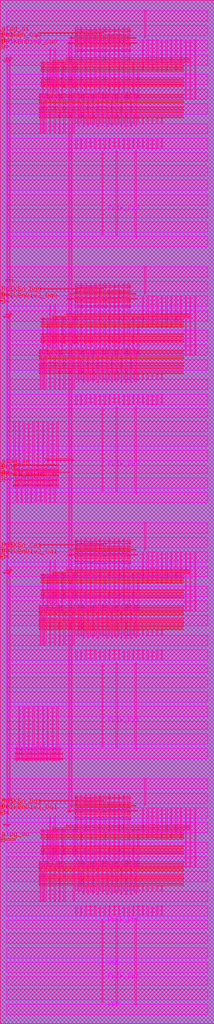
<source format=lef>
# LEF OUT API 
# Creation Date : Tue Apr 16 16:06:36 IST 2019
# 
VERSION 5.8 ;
BUSBITCHARS "[]" ;
DIVIDERCHAR "/" ;
MACRO dwc_ddrphy_pclk_master
  CLASS BLOCK ;
  ORIGIN 0 0 ;
  FOREIGN dwc_ddrphy_pclk_master 0 0 ;
  SYMMETRY X Y ;
  SIZE 10.26 BY 48.96 ;
  PIN atpg_so
    DIRECTION OUTPUT ;
    USE SIGNAL ;
    ANTENNAPARTIALMETALAREA 0.05529 LAYER M4 ;
    ANTENNADIFFAREA 0.0074479375 LAYER M4 ;
    ANTENNAMODEL OXIDE1 ;
      ANTENNAGATEAREA 0 LAYER M4 ;
      ANTENNAMAXAREACAR 0 LAYER M4 ;
    PORT
      LAYER M4 ;
        RECT 0 8.778 0.114 8.854 ;
    END
  END atpg_so
  PIN PclkEn_Dq0
    DIRECTION INPUT ;
    USE SIGNAL ;
    ANTENNAPARTIALMETALAREA 0.03705 LAYER M4 ;
    ANTENNADIFFAREA 0 LAYER M4 ;
    ANTENNAMODEL OXIDE1 ;
      ANTENNAGATEAREA 0.000608 LAYER M4 ;
      ANTENNAMAXAREACAR 441.875 LAYER M4 ;
    PORT
      LAYER M4 ;
        RECT 0 34.846 0.114 34.922 ;
    END
  END PclkEn_Dq0
  PIN PclkEnDiv2_Dq0
    DIRECTION INPUT ;
    USE SIGNAL ;
    ANTENNAPARTIALMETALAREA 0.029298 LAYER M4 ;
    ANTENNADIFFAREA 0 LAYER M4 ;
    ANTENNAMODEL OXIDE1 ;
      ANTENNAGATEAREA 0.000608 LAYER M4 ;
      ANTENNAMAXAREACAR 318.368 LAYER M4 ;
    PORT
      LAYER M4 ;
        RECT 0 34.542 0.114 34.618 ;
    END
  END PclkEnDiv2_Dq0
  PIN Pclk_Dq0
    DIRECTION OUTPUT ;
    USE SIGNAL ;
    ANTENNAPARTIALMETALAREA 7.728 LAYER M6 ;
    ANTENNADIFFAREA 0.806736 LAYER M6 ;
    ANTENNAMODEL OXIDE1 ;
      ANTENNAGATEAREA 0 LAYER M6 ;
      ANTENNAMAXAREACAR 0 LAYER M6 ;
    PORT
      LAYER M6 ;
        RECT 0.3 29.02 9.96 29.42 ;
        RECT 0.3 26.32 9.96 26.72 ;
    END
  END Pclk_Dq0
  PIN PclkEn_Ca0
    DIRECTION INPUT ;
    USE SIGNAL ;
    ANTENNAPARTIALMETALAREA 0.03705 LAYER M4 ;
    ANTENNADIFFAREA 0 LAYER M4 ;
    ANTENNAMODEL OXIDE1 ;
      ANTENNAGATEAREA 0.000608 LAYER M4 ;
      ANTENNAMAXAREACAR 440.229 LAYER M4 ;
    PORT
      LAYER M4 ;
        RECT 0 47.006 0.114 47.082 ;
    END
  END PclkEn_Ca0
  PIN PclkEnDiv2_Ca0
    DIRECTION INPUT ;
    USE SIGNAL ;
    ANTENNAPARTIALMETALAREA 0.029298 LAYER M4 ;
    ANTENNADIFFAREA 0 LAYER M4 ;
    ANTENNAMODEL OXIDE1 ;
      ANTENNAGATEAREA 0.000608 LAYER M4 ;
      ANTENNAMAXAREACAR 326.724 LAYER M4 ;
    PORT
      LAYER M4 ;
        RECT 0 46.702 0.114 46.778 ;
    END
  END PclkEnDiv2_Ca0
  PIN Pclk
    DIRECTION INPUT ;
    USE SIGNAL ;
    ANTENNAPARTIALMETALAREA 0.031464 LAYER M4 ;
    ANTENNAPARTIALMETALAREA 2.13095 LAYER M5 ;
    ANTENNAPARTIALCUTAREA 0.001444 LAYER VIA4 ;
    ANTENNADIFFAREA 0 LAYER M4 ;
    ANTENNADIFFAREA 0 LAYER VIA4 ;
    ANTENNADIFFAREA 0 LAYER M5 ;
    ANTENNAMODEL OXIDE1 ;
      ANTENNAGATEAREA 0 LAYER M4 ;
      ANTENNAGATEAREA 0 LAYER VIA4 ;
      ANTENNAGATEAREA 0.041984 LAYER M5 ;
      ANTENNAMAXAREACAR 0 LAYER M4 ;
      ANTENNAMAXAREACAR 79.834599938 LAYER M5 ;
      ANTENNAMAXCUTCAR 0 LAYER VIA4 ;
    PORT
      LAYER M4 ;
        RECT 0 26.334 0.114 26.41 ;
    END
  END Pclk
  PIN Pclk_Ca0
    DIRECTION OUTPUT ;
    USE SIGNAL ;
    ANTENNAPARTIALMETALAREA 7.728 LAYER M6 ;
    ANTENNADIFFAREA 0.806736 LAYER M6 ;
    ANTENNAMODEL OXIDE1 ;
      ANTENNAGATEAREA 0 LAYER M6 ;
      ANTENNAMAXAREACAR 0 LAYER M6 ;
    PORT
      LAYER M6 ;
        RECT 0.3 41.26 9.96 41.66 ;
        RECT 0.3 38.56 9.96 38.96 ;
    END
  END Pclk_Ca0
  PIN VDD
    DIRECTION INPUT ;
    USE POWER ;
    PORT
      LAYER M6 ;
        RECT 0.3 47.95 9.96 48.45 ;
        RECT 0.3 47.25 9.96 47.75 ;
        RECT 0.3 43.51 9.96 44.01 ;
        RECT 0.3 42.56 9.96 43.06 ;
        RECT 0.3 41.86 9.96 42.36 ;
        RECT 0.3 37.86 9.96 38.36 ;
        RECT 0.3 37.16 9.96 37.66 ;
        RECT 0.3 35.71 9.96 36.21 ;
        RECT 0.3 35.01 9.96 35.51 ;
        RECT 0.3 31.27 9.96 31.77 ;
        RECT 0.3 30.32 9.96 30.82 ;
        RECT 0.3 29.62 9.96 30.12 ;
        RECT 0.3 25.62 9.96 26.12 ;
        RECT 0.3 24.92 9.96 25.42 ;
        RECT 0.3 23.47 9.96 23.97 ;
        RECT 0.3 22.77 9.96 23.27 ;
        RECT 0.3 19.03 9.96 19.53 ;
        RECT 0.3 18.08 9.96 18.58 ;
        RECT 0.3 17.38 9.96 17.88 ;
        RECT 0.3 13.38 9.96 13.88 ;
        RECT 0.3 12.68 9.96 13.18 ;
        RECT 0.3 11.23 9.96 11.73 ;
        RECT 0.3 10.53 9.96 11.03 ;
        RECT 0.3 6.79 9.96 7.29 ;
        RECT 0.3 5.84 9.96 6.34 ;
        RECT 0.3 5.14 9.96 5.64 ;
        RECT 0.3 1.14 9.96 1.64 ;
        RECT 0.3 0.44 9.96 0.94 ;
    END
  END VDD
  PIN VSS
    DIRECTION INPUT ;
    USE GROUND ;
    PORT
      LAYER M6 ;
        RECT 0.3 46.55 9.96 47.05 ;
        RECT 0.3 45.85 9.96 46.35 ;
        RECT 0.3 44.91 9.96 45.41 ;
        RECT 0.3 44.21 9.96 44.71 ;
        RECT 0.3 40.56 9.96 41.06 ;
        RECT 0.3 39.86 9.96 40.36 ;
        RECT 0.3 39.16 9.96 39.66 ;
        RECT 0.3 34.31 9.96 34.81 ;
        RECT 0.3 33.61 9.96 34.11 ;
        RECT 0.3 32.67 9.96 33.17 ;
        RECT 0.3 31.97 9.96 32.47 ;
        RECT 0.3 28.32 9.96 28.82 ;
        RECT 0.3 27.62 9.96 28.12 ;
        RECT 0.3 26.92 9.96 27.42 ;
        RECT 0.3 22.07 9.96 22.57 ;
        RECT 0.3 21.37 9.96 21.87 ;
        RECT 0.3 20.43 9.96 20.93 ;
        RECT 0.3 19.73 9.96 20.23 ;
        RECT 0.3 16.08 9.96 16.58 ;
        RECT 0.3 15.38 9.96 15.88 ;
        RECT 0.3 14.68 9.96 15.18 ;
        RECT 0.3 9.83 9.96 10.33 ;
        RECT 0.3 9.13 9.96 9.63 ;
        RECT 0.3 8.19 9.96 8.69 ;
        RECT 0.3 7.49 9.96 7.99 ;
        RECT 0.3 3.84 9.96 4.34 ;
        RECT 0.3 3.14 9.96 3.64 ;
        RECT 0.3 2.44 9.96 2.94 ;
    END
  END VSS
  PIN atpg_si
    DIRECTION INPUT ;
    USE SIGNAL ;
    ANTENNAPARTIALMETALAREA 0.045448 LAYER M4 ;
    ANTENNADIFFAREA 0 LAYER M4 ;
    ANTENNAMODEL OXIDE1 ;
      ANTENNAGATEAREA 0.000608 LAYER M4 ;
      ANTENNAMAXAREACAR 297.195 LAYER M4 ;
    PORT
      LAYER M4 ;
        RECT 0 47.31 0.114 47.386 ;
    END
  END atpg_si
  PIN Reset_async
    DIRECTION INPUT ;
    USE SIGNAL ;
    ANTENNAPARTIALMETALAREA 0.039482 LAYER M4 ;
    ANTENNADIFFAREA 0 LAYER M4 ;
    ANTENNAMODEL OXIDE1 ;
      ANTENNAGATEAREA 0.002432 LAYER M4 ;
      ANTENNAMAXAREACAR 47.6174 LAYER M4 ;
    PORT
      LAYER M4 ;
        RECT 0 26.03 0.114 26.106 ;
    END
  END Reset_async
  PIN PclkEn_Ca1
    DIRECTION INPUT ;
    USE SIGNAL ;
    ANTENNAPARTIALMETALAREA 0.035644 LAYER M4 ;
    ANTENNADIFFAREA 0 LAYER M4 ;
    ANTENNAMODEL OXIDE1 ;
      ANTENNAGATEAREA 0.000608 LAYER M4 ;
      ANTENNAMAXAREACAR 432.737 LAYER M4 ;
    PORT
      LAYER M4 ;
        RECT 0 22.61 0.114 22.686 ;
    END
  END PclkEn_Ca1
  PIN PclkEnDiv2_Ca1
    DIRECTION INPUT ;
    USE SIGNAL ;
    ANTENNAPARTIALMETALAREA 0.029298 LAYER M4 ;
    ANTENNADIFFAREA 0 LAYER M4 ;
    ANTENNAMODEL OXIDE1 ;
      ANTENNAGATEAREA 0.000608 LAYER M4 ;
      ANTENNAMAXAREACAR 316.296 LAYER M4 ;
    PORT
      LAYER M4 ;
        RECT 0 22.306 0.114 22.382 ;
    END
  END PclkEnDiv2_Ca1
  PIN Pclk_Ca1
    DIRECTION OUTPUT ;
    USE SIGNAL ;
    ANTENNAPARTIALMETALAREA 7.728 LAYER M6 ;
    ANTENNADIFFAREA 0.806736 LAYER M6 ;
    ANTENNAMODEL OXIDE1 ;
      ANTENNAGATEAREA 0 LAYER M6 ;
      ANTENNAMAXAREACAR 0 LAYER M6 ;
    PORT
      LAYER M6 ;
        RECT 0.3 16.78 9.96 17.18 ;
        RECT 0.3 14.08 9.96 14.48 ;
    END
  END Pclk_Ca1
  PIN PclkEn_Dq1
    DIRECTION INPUT ;
    USE SIGNAL ;
    ANTENNAPARTIALMETALAREA 0.035644 LAYER M4 ;
    ANTENNADIFFAREA 0 LAYER M4 ;
    ANTENNAMODEL OXIDE1 ;
      ANTENNAGATEAREA 0.000608 LAYER M4 ;
      ANTENNAMAXAREACAR 434.546 LAYER M4 ;
    PORT
      LAYER M4 ;
        RECT 0 10.374 0.114 10.45 ;
    END
  END PclkEn_Dq1
  PIN PclkEnDiv2_Dq1
    DIRECTION INPUT ;
    USE SIGNAL ;
    ANTENNAPARTIALMETALAREA 0.029298 LAYER M4 ;
    ANTENNADIFFAREA 0 LAYER M4 ;
    ANTENNAMODEL OXIDE1 ;
      ANTENNAGATEAREA 0.000608 LAYER M4 ;
      ANTENNAMAXAREACAR 314.817 LAYER M4 ;
    PORT
      LAYER M4 ;
        RECT 0 10.07 0.114 10.146 ;
    END
  END PclkEnDiv2_Dq1
  PIN atpg_se
    DIRECTION INPUT ;
    USE SIGNAL ;
    ANTENNAPARTIALMETALAREA 0.023864 LAYER M4 ;
    ANTENNADIFFAREA 0 LAYER M4 ;
    ANTENNAMODEL OXIDE1 ;
      ANTENNAGATEAREA 0.002432 LAYER M4 ;
      ANTENNAMAXAREACAR 55.3059 LAYER M4 ;
    PORT
      LAYER M4 ;
        RECT 0 26.638 0.114 26.714 ;
    END
  END atpg_se
  PIN Pclk_Dq1
    DIRECTION OUTPUT ;
    USE SIGNAL ;
    ANTENNAPARTIALMETALAREA 7.728 LAYER M6 ;
    ANTENNADIFFAREA 0.806736 LAYER M6 ;
    ANTENNAMODEL OXIDE1 ;
      ANTENNAGATEAREA 0 LAYER M6 ;
      ANTENNAMAXAREACAR 0 LAYER M6 ;
    PORT
      LAYER M6 ;
        RECT 0.3 1.84 9.96 2.24 ;
    END
    PORT
      LAYER M6 ;
        RECT 0.3 4.54 9.96 4.94 ;
    END
  END Pclk_Dq1
  OBS
    LAYER M1 ;
      RECT MASK 1 0 0 10.26 48.96 ;
    LAYER M1 ;
      RECT MASK 2 0 0 10.26 48.96 ;
    LAYER M2 ;
      RECT MASK 1 0 0 10.26 48.96 ;
    LAYER M2 ;
      RECT MASK 2 0 0 10.26 48.96 ;
    LAYER M3 ;
      RECT MASK 1 0 0 10.26 48.96 ;
    LAYER M4 ;
      POLYGON 10.26 0 10.26 48.96 0 48.96 0 47.462 0.19 47.462 0.19 47.234 0 47.234 0 47.158 0.19 47.158 0.19 46.93 0 46.93 0 46.854 0.19 46.854 0.19 46.626 0 46.626 0 34.998 0.19 34.998 0.19 34.77 0 34.77 0 34.694 0.19 34.694 0.19 34.466 0 34.466 0 26.79 0.19 26.79 0.19 26.562 0 26.562 0 26.486 0.19 26.486 0.19 26.258 0 26.258 0 26.182 0.19 26.182 0.19 25.954 0 25.954 0 22.762 0.19 22.762 0.19 22.534 0 22.534 0 22.458 0.19 22.458 0.19 22.23 0 22.23 0 10.526 0.19 10.526 0.19 10.298 0 10.298 0 10.222 0.19 10.222 0.19 9.994 0 9.994 0 8.93 0.19 8.93 0.19 8.702 0 8.702 0 0 ;
    LAYER M3 ;
      RECT MASK 2 0 0 10.26 48.96 ;
    LAYER M4 ;
      RECT 1.859 6.605 8.774 6.665 ;
      RECT 1.859 6.725 8.774 6.785 ;
      RECT 1.859 6.845 8.7745 6.905 ;
      RECT 1.859 6.965 8.774 7.025 ;
      RECT 1.859 7.085 8.774 7.145 ;
      RECT 1.859 7.325 8.774 7.385 ;
      RECT 1.859 7.445 8.7745 7.505 ;
      RECT 1.859 7.565 8.774 7.625 ;
      RECT 1.859 7.685 8.774 7.745 ;
      RECT 1.951 8.105 8.774 8.165 ;
      RECT 1.951 8.225 8.774 8.285 ;
      RECT 1.951 8.345 8.7745 8.405 ;
      RECT 1.951 8.465 8.774 8.525 ;
      RECT 0.19 8.778 0.7275 8.854 ;
      RECT 1.951 8.825 8.774 8.885 ;
      RECT 1.951 8.945 8.7745 9.005 ;
      RECT 1.951 9.065 8.774 9.125 ;
      RECT 1.951 9.185 8.774 9.245 ;
      RECT 2.5215 9.305 9.09 9.365 ;
      RECT 3.184 9.425 9.09 9.485 ;
      RECT 0.172 9.486 0.447 9.546 ;
      RECT 3.5765 9.791 6.243 9.871 ;
      RECT 3.5905 10.031 6.243 10.111 ;
      RECT 0.19 10.07 0.3855 10.146 ;
      RECT 3.233 10.171 6.5675 10.211 ;
      RECT 3.5765 10.271 6.243 10.351 ;
      RECT 0.19 10.374 0.469 10.45 ;
      RECT 3.3275 10.411 6.4705 10.451 ;
      RECT 3.5905 10.511 6.243 10.591 ;
      RECT 1.906 10.651 4.978 10.691 ;
      RECT 0.179 10.6675 0.5795 10.7435 ;
      RECT 3.5765 10.751 6.243 10.831 ;
      RECT 0.728 12.885 2.984 12.945 ;
      RECT 1.859 18.845 8.774 18.905 ;
      RECT 1.859 18.965 8.774 19.025 ;
      RECT 1.859 19.085 8.7745 19.145 ;
      RECT 1.859 19.205 8.774 19.265 ;
      RECT 1.859 19.325 8.774 19.385 ;
      RECT 1.859 19.565 8.774 19.625 ;
      RECT 1.859 19.685 8.7745 19.745 ;
      RECT 1.859 19.805 8.774 19.865 ;
      RECT 1.859 19.925 8.774 19.985 ;
      RECT 1.951 20.345 8.774 20.405 ;
      RECT 1.951 20.465 8.774 20.525 ;
      RECT 1.951 20.585 8.7745 20.645 ;
      RECT 1.951 20.705 8.774 20.765 ;
      RECT 1.951 21.065 8.774 21.125 ;
      RECT 1.951 21.185 8.7745 21.245 ;
      RECT 1.951 21.305 8.774 21.365 ;
      RECT 1.951 21.425 8.774 21.485 ;
      RECT 0.172 21.5415 0.447 21.6015 ;
      RECT 2.5215 21.545 9.09 21.605 ;
      RECT 0.2965 21.6615 0.6075 21.7215 ;
      RECT 3.184 21.665 9.09 21.725 ;
      RECT 3.5765 22.031 6.243 22.111 ;
      RECT 3.5905 22.271 6.243 22.351 ;
      RECT 0.19 22.306 0.3855 22.382 ;
      RECT 3.233 22.411 6.5675 22.451 ;
      RECT 3.5765 22.511 6.243 22.591 ;
      RECT 0.19 22.61 0.469 22.686 ;
      RECT 3.3275 22.651 6.4705 22.691 ;
      RECT 3.5905 22.751 6.243 22.831 ;
      RECT 1.906 22.891 4.978 22.931 ;
      RECT 0.2435 22.9065 0.5795 22.9825 ;
      RECT 3.5765 22.991 6.243 23.071 ;
      RECT 0.6135 25.725 2.8065 25.785 ;
      RECT 0.19 26.03 0.5195 26.106 ;
      RECT 0.6135 26.205 2.8065 26.265 ;
      RECT 0.19 26.334 0.414 26.41 ;
      RECT 0.19 26.638 0.314 26.714 ;
      RECT 0.6135 26.685 2.8065 26.745 ;
      RECT 1.859 31.085 8.774 31.145 ;
      RECT 1.859 31.205 8.774 31.265 ;
      RECT 1.859 31.325 8.7745 31.385 ;
      RECT 1.859 31.445 8.774 31.505 ;
      RECT 1.859 31.565 8.774 31.625 ;
      RECT 1.859 31.805 8.774 31.865 ;
      RECT 1.859 31.925 8.7745 31.985 ;
      RECT 1.859 32.045 8.774 32.105 ;
      RECT 1.859 32.165 8.774 32.225 ;
      RECT 1.951 32.585 8.774 32.645 ;
      RECT 1.951 32.705 8.774 32.765 ;
      RECT 1.951 32.825 8.7745 32.885 ;
      RECT 1.951 32.945 8.774 33.005 ;
      RECT 1.951 33.305 8.774 33.365 ;
      RECT 1.951 33.425 8.7745 33.485 ;
      RECT 1.951 33.545 8.774 33.605 ;
      RECT 1.951 33.665 8.774 33.725 ;
      RECT 0.172 33.7815 0.447 33.8415 ;
      RECT 2.5215 33.785 9.09 33.845 ;
      RECT 0.2965 33.9015 0.6075 33.9615 ;
      RECT 3.184 33.905 9.09 33.965 ;
      RECT 3.5765 34.271 6.243 34.351 ;
      RECT 3.5905 34.511 6.243 34.591 ;
      RECT 0.19 34.542 0.3855 34.618 ;
      RECT 3.213 34.651 6.5675 34.691 ;
      RECT 3.5765 34.751 6.243 34.831 ;
      RECT 0.19 34.846 0.4875 34.922 ;
      RECT 3.3275 34.891 6.4705 34.931 ;
      RECT 3.5905 34.991 6.243 35.071 ;
      RECT 1.906 35.131 4.978 35.171 ;
      RECT 3.5765 35.231 6.243 35.311 ;
      RECT 0.255 35.506 0.6045 35.582 ;
      RECT 1.859 43.325 8.774 43.385 ;
      RECT 1.859 43.445 8.774 43.505 ;
      RECT 1.859 43.565 8.7745 43.625 ;
      RECT 1.859 43.685 8.774 43.745 ;
      RECT 1.859 43.805 8.774 43.865 ;
      RECT 1.859 44.045 8.774 44.105 ;
      RECT 1.859 44.165 8.7745 44.225 ;
      RECT 1.859 44.285 8.774 44.345 ;
      RECT 1.859 44.405 8.774 44.465 ;
      RECT 1.951 44.825 8.774 44.885 ;
      RECT 1.951 44.945 8.774 45.005 ;
      RECT 1.951 45.065 8.7745 45.125 ;
      RECT 1.951 45.185 8.774 45.245 ;
      RECT 1.951 45.545 8.774 45.605 ;
      RECT 1.951 45.665 8.7745 45.725 ;
      RECT 1.951 45.785 8.774 45.845 ;
      RECT 1.951 45.905 8.774 45.965 ;
      RECT 0.172 46.0215 0.447 46.0815 ;
      RECT 2.5215 46.025 9.09 46.085 ;
      RECT 0.2965 46.1415 0.6075 46.2015 ;
      RECT 3.184 46.145 9.09 46.205 ;
      RECT 3.5765 46.511 6.243 46.591 ;
      RECT 0.19 46.702 0.3855 46.778 ;
      RECT 3.5905 46.751 6.243 46.831 ;
      RECT 3.2135 46.891 6.5675 46.931 ;
      RECT 3.5765 46.991 6.243 47.071 ;
      RECT 0.19 47.006 0.4875 47.082 ;
      RECT 3.3275 47.131 6.4705 47.171 ;
      RECT 3.5905 47.231 6.243 47.311 ;
      RECT 0.19 47.31 0.598 47.386 ;
      RECT 1.906 47.371 4.978 47.411 ;
      RECT 3.5765 47.471 6.243 47.551 ;
    LAYER M5 ;
      RECT 0 0 10.26 48.96 ;
    LAYER M4 ;
      RECT 0.704 12.645 3.009 12.705 ;
      RECT 0.7265 13.125 2.984 13.185 ;
      RECT 0.635 25.965 2.8005 26.025 ;
      RECT 1.9565 26.325 3.3785 26.385 ;
      RECT 0.635 26.445 2.8005 26.505 ;
      RECT 2.1675 26.955 3.498 27.015 ;
    LAYER M5 ;
      RECT 6.4665 0.897 6.5245 5.01 ;
      RECT 5.5545 0.985 5.6125 5.01 ;
      RECT 4.8705 1.018 4.9285 5.01 ;
      RECT 3.6165 5.1485 3.6745 5.6315 ;
      RECT 3.8445 5.1485 3.9025 5.6315 ;
      RECT 4.0725 5.1485 4.1305 5.6315 ;
      RECT 4.3005 5.1485 4.3585 5.6315 ;
      RECT 4.5285 5.1485 4.5865 5.6315 ;
      RECT 4.7565 5.1485 4.8145 5.6315 ;
      RECT 4.9845 5.1485 5.0425 5.6315 ;
      RECT 5.2125 5.1485 5.2705 5.6315 ;
      RECT 5.4405 5.1485 5.4985 5.6315 ;
      RECT 5.6685 5.1485 5.7265 5.6315 ;
      RECT 5.8965 5.1485 5.9545 5.6315 ;
      RECT 6.1245 5.1485 6.1825 5.6315 ;
      RECT 6.3525 5.1485 6.4105 5.6315 ;
      RECT 6.5805 5.1485 6.6385 5.6315 ;
      RECT 6.8085 5.1485 6.8665 5.6315 ;
      RECT 7.0365 5.1485 7.0945 5.6315 ;
      RECT 7.2645 5.1485 7.3225 5.6315 ;
      RECT 7.4925 5.1485 7.5505 5.6315 ;
      RECT 7.7205 5.1485 7.7785 5.6315 ;
      RECT 1.9065 5.8485 1.9645 7.784 ;
      RECT 2.0205 5.8485 2.0785 7.311 ;
      RECT 2.1345 5.8485 2.1925 7.784 ;
      RECT 2.3625 5.8485 2.4205 7.6685 ;
      RECT 2.5905 5.8485 2.6485 7.6685 ;
      RECT 2.8185 5.8485 2.8765 7.784 ;
      RECT 3.0465 5.8485 3.1045 7.784 ;
      RECT 3.5025 5.8485 3.5605 7.784 ;
      RECT 3.9585 6.203 4.0165 7.784 ;
      RECT 4.1865 6.203 4.2445 7.784 ;
      RECT 4.4145 6.203 4.4725 7.784 ;
      RECT 4.6425 6.203 4.7005 7.784 ;
      RECT 5.0985 6.203 5.1565 7.784 ;
      RECT 5.3265 6.203 5.3845 7.784 ;
      RECT 5.7825 6.203 5.8405 7.784 ;
      RECT 6.0105 6.203 6.0685 7.784 ;
      RECT 6.2385 6.203 6.2965 7.784 ;
      RECT 3.7305 6.238 3.7885 7.784 ;
      RECT 4.8705 6.238 4.9285 7.784 ;
      RECT 5.5545 6.238 5.6125 7.784 ;
      RECT 6.4665 6.238 6.5245 7.784 ;
      RECT 3.6165 6.326 3.6745 6.584 ;
      RECT 3.8445 6.326 3.9025 7.311 ;
      RECT 4.0725 6.326 4.1305 6.584 ;
      RECT 4.3005 6.326 4.3585 6.584 ;
      RECT 4.5285 6.326 4.5865 6.584 ;
      RECT 4.7565 6.326 4.8145 6.584 ;
      RECT 4.9845 6.326 5.0425 6.584 ;
      RECT 5.2125 6.326 5.2705 6.584 ;
      RECT 5.4405 6.326 5.4985 6.584 ;
      RECT 5.6685 6.326 5.7265 6.584 ;
      RECT 5.8965 6.326 5.9545 6.584 ;
      RECT 6.1245 6.326 6.1825 6.584 ;
      RECT 6.3525 6.326 6.4105 6.584 ;
      RECT 6.5805 6.326 6.6385 6.584 ;
      RECT 6.8085 6.326 6.8665 6.584 ;
      RECT 7.0365 6.326 7.0945 6.584 ;
      RECT 7.2645 6.326 7.3225 6.584 ;
      RECT 7.4925 6.326 7.5505 6.584 ;
      RECT 7.7205 6.326 7.7785 6.584 ;
      RECT 8.8605 7.4885 8.9185 10.3345 ;
      RECT 9.0885 7.4885 9.1465 10.3345 ;
      RECT 9.3165 7.4885 9.3745 10.3345 ;
      RECT 2.0205 7.4925 2.0785 9.284 ;
      RECT 2.2485 7.4925 2.3065 9.284 ;
      RECT 2.4765 7.4925 2.5345 9.284 ;
      RECT 2.7045 7.4925 2.7625 9.284 ;
      RECT 2.9325 7.4925 2.9905 9.284 ;
      RECT 3.6165 7.4925 3.6745 10.9475 ;
      RECT 3.8445 7.4925 3.9025 10.95 ;
      RECT 4.0725 7.4925 4.1305 10.95 ;
      RECT 4.3005 7.4925 4.3585 10.95 ;
      RECT 4.5285 7.4925 4.5865 10.95 ;
      RECT 4.7565 7.4925 4.8145 10.95 ;
      RECT 4.9845 7.4925 5.0425 10.95 ;
      RECT 5.2125 7.4925 5.2705 10.95 ;
      RECT 5.4405 7.4925 5.4985 10.95 ;
      RECT 5.6685 7.4925 5.7265 10.95 ;
      RECT 5.8965 7.4925 5.9545 10.95 ;
      RECT 6.1245 7.4925 6.1825 10.95 ;
      RECT 6.3525 7.4925 6.4105 9.284 ;
      RECT 6.5805 7.4925 6.6385 9.284 ;
      RECT 2.3625 7.856 2.4205 9.936 ;
      RECT 2.5905 7.856 2.6485 9.936 ;
      RECT 3.0465 8.0605 3.1045 9.284 ;
      RECT 3.5025 8.0605 3.5605 9.284 ;
      RECT 6.8085 8.864 6.8665 10.3355 ;
      RECT 7.0365 8.864 7.0945 10.3355 ;
      RECT 7.2645 8.864 7.3225 10.3355 ;
      RECT 7.4925 8.864 7.5505 10.3355 ;
      RECT 7.7205 8.864 7.7785 10.3355 ;
      RECT 7.9485 8.864 8.0065 10.3345 ;
      RECT 8.1765 8.864 8.2345 10.3345 ;
      RECT 8.4045 8.864 8.4625 10.3345 ;
      RECT 8.6325 8.864 8.6905 10.3345 ;
      RECT 0.3105 9.417 0.3685 46.1575 ;
      RECT 3.2745 10.119 3.3325 46.984 ;
      RECT 3.3885 10.346 3.4465 47.2295 ;
      RECT 6.9225 10.441 6.9805 11.75 ;
      RECT 0.4245 10.627 0.4825 21.805 ;
      RECT 0.7665 12.5735 0.8245 13.226 ;
      RECT 0.8805 12.5735 0.9385 15.176 ;
      RECT 0.9945 12.5735 1.0525 13.226 ;
      RECT 1.1085 12.5735 1.1665 15.176 ;
      RECT 1.2225 12.5735 1.2805 13.226 ;
      RECT 1.3365 12.5735 1.3945 15.176 ;
      RECT 1.4505 12.5735 1.5085 13.226 ;
      RECT 1.5645 12.5735 1.6225 15.176 ;
      RECT 1.6785 12.5735 1.7365 13.226 ;
      RECT 1.7925 12.5735 1.8505 15.179 ;
      RECT 1.9065 12.5735 1.9645 13.226 ;
      RECT 2.0205 12.5735 2.0785 15.179 ;
      RECT 2.1345 12.5735 2.1925 13.226 ;
      RECT 2.2485 12.5735 2.3065 15.179 ;
      RECT 2.3625 12.5735 2.4205 13.226 ;
      RECT 2.4765 12.5735 2.5345 15.179 ;
      RECT 2.5905 12.5735 2.6485 13.226 ;
      RECT 2.7045 12.5735 2.7625 15.179 ;
      RECT 2.8185 12.5735 2.8765 13.226 ;
      RECT 6.4665 13.137 6.5245 17.25 ;
      RECT 5.5545 13.225 5.6125 17.25 ;
      RECT 4.8705 13.258 4.9285 17.25 ;
      RECT 3.6165 17.3885 3.6745 17.8715 ;
      RECT 3.8445 17.3885 3.9025 17.8715 ;
      RECT 4.0725 17.3885 4.1305 17.8715 ;
      RECT 4.3005 17.3885 4.3585 17.8715 ;
      RECT 4.5285 17.3885 4.5865 17.8715 ;
      RECT 4.7565 17.3885 4.8145 17.8715 ;
      RECT 4.9845 17.3885 5.0425 17.8715 ;
      RECT 5.2125 17.3885 5.2705 17.8715 ;
      RECT 5.4405 17.3885 5.4985 17.8715 ;
      RECT 5.6685 17.3885 5.7265 17.8715 ;
      RECT 5.8965 17.3885 5.9545 17.8715 ;
      RECT 6.1245 17.3885 6.1825 17.8715 ;
      RECT 6.3525 17.3885 6.4105 17.8715 ;
      RECT 6.5805 17.3885 6.6385 17.8715 ;
      RECT 6.8085 17.3885 6.8665 17.8715 ;
      RECT 7.0365 17.3885 7.0945 17.8715 ;
      RECT 7.2645 17.3885 7.3225 17.8715 ;
      RECT 7.4925 17.3885 7.5505 17.8715 ;
      RECT 7.7205 17.3885 7.7785 17.8715 ;
      RECT 1.9065 18.0885 1.9645 20.024 ;
      RECT 2.0205 18.0885 2.0785 19.551 ;
      RECT 2.1345 18.0885 2.1925 20.024 ;
      RECT 2.3625 18.0885 2.4205 19.9085 ;
      RECT 2.5905 18.0885 2.6485 19.9085 ;
      RECT 2.8185 18.0885 2.8765 20.024 ;
      RECT 3.0465 18.0885 3.1045 20.024 ;
      RECT 3.5025 18.0885 3.5605 20.024 ;
      RECT 3.9585 18.443 4.0165 20.024 ;
      RECT 4.1865 18.443 4.2445 20.024 ;
      RECT 4.4145 18.443 4.4725 20.024 ;
      RECT 4.6425 18.443 4.7005 20.024 ;
      RECT 5.0985 18.443 5.1565 20.024 ;
      RECT 5.3265 18.443 5.3845 20.024 ;
      RECT 5.7825 18.443 5.8405 20.024 ;
      RECT 6.0105 18.443 6.0685 20.024 ;
      RECT 6.2385 18.443 6.2965 20.024 ;
      RECT 3.7305 18.478 3.7885 20.024 ;
      RECT 4.8705 18.478 4.9285 20.024 ;
      RECT 5.5545 18.478 5.6125 20.024 ;
      RECT 6.4665 18.478 6.5245 20.024 ;
      RECT 3.6165 18.566 3.6745 18.824 ;
      RECT 3.8445 18.566 3.9025 19.551 ;
      RECT 4.0725 18.566 4.1305 18.824 ;
      RECT 4.3005 18.566 4.3585 18.824 ;
      RECT 4.5285 18.566 4.5865 18.824 ;
      RECT 4.7565 18.566 4.8145 18.824 ;
      RECT 4.9845 18.566 5.0425 18.824 ;
      RECT 5.2125 18.566 5.2705 18.824 ;
      RECT 5.4405 18.566 5.4985 18.824 ;
      RECT 5.6685 18.566 5.7265 18.824 ;
      RECT 5.8965 18.566 5.9545 18.824 ;
      RECT 6.1245 18.566 6.1825 18.824 ;
      RECT 6.3525 18.566 6.4105 18.824 ;
      RECT 6.5805 18.566 6.6385 18.824 ;
      RECT 6.8085 18.566 6.8665 18.824 ;
      RECT 7.0365 18.566 7.0945 18.824 ;
      RECT 7.2645 18.566 7.3225 18.824 ;
      RECT 7.4925 18.566 7.5505 18.824 ;
      RECT 7.7205 18.566 7.7785 18.824 ;
      RECT 8.8605 19.7285 8.9185 22.5745 ;
      RECT 9.0885 19.7285 9.1465 22.5745 ;
      RECT 9.3165 19.7285 9.3745 22.5745 ;
      RECT 2.0205 19.7325 2.0785 21.524 ;
      RECT 2.2485 19.7325 2.3065 21.524 ;
      RECT 2.4765 19.7325 2.5345 21.524 ;
      RECT 2.7045 19.7325 2.7625 21.524 ;
      RECT 2.9325 19.7325 2.9905 21.524 ;
      RECT 3.6165 19.7325 3.6745 23.1875 ;
      RECT 3.8445 19.7325 3.9025 23.19 ;
      RECT 4.0725 19.7325 4.1305 23.19 ;
      RECT 4.3005 19.7325 4.3585 23.19 ;
      RECT 4.5285 19.7325 4.5865 23.19 ;
      RECT 4.7565 19.7325 4.8145 23.19 ;
      RECT 4.9845 19.7325 5.0425 23.19 ;
      RECT 5.2125 19.7325 5.2705 23.19 ;
      RECT 5.4405 19.7325 5.4985 23.19 ;
      RECT 5.6685 19.7325 5.7265 23.19 ;
      RECT 5.8965 19.7325 5.9545 23.19 ;
      RECT 6.1245 19.7325 6.1825 23.19 ;
      RECT 6.3525 19.7325 6.4105 21.524 ;
      RECT 6.5805 19.7325 6.6385 21.524 ;
      RECT 2.3625 20.096 2.4205 22.176 ;
      RECT 2.5905 20.096 2.6485 22.176 ;
      RECT 3.0465 20.3005 3.1045 21.524 ;
      RECT 3.5025 20.3005 3.5605 21.524 ;
      RECT 6.8085 21.104 6.8665 22.5755 ;
      RECT 7.0365 21.104 7.0945 22.5755 ;
      RECT 7.2645 21.104 7.3225 22.5755 ;
      RECT 7.4925 21.104 7.5505 22.5755 ;
      RECT 7.7205 21.104 7.7785 22.5755 ;
      RECT 7.9485 21.104 8.0065 22.5745 ;
      RECT 8.1765 21.104 8.2345 22.5745 ;
      RECT 8.4045 21.104 8.4625 22.5745 ;
      RECT 8.6325 21.104 8.6905 22.5745 ;
      RECT 6.9225 22.681 6.9805 23.99 ;
      RECT 0.4245 22.8345 0.4825 34.0585 ;
      RECT 0.768 24.9165 0.826 26.571 ;
      RECT 0.996 24.9165 1.054 26.571 ;
      RECT 1.224 24.9165 1.282 26.571 ;
      RECT 1.452 24.9165 1.51 26.571 ;
      RECT 1.68 24.9165 1.738 26.571 ;
      RECT 1.908 24.92 1.966 26.568 ;
      RECT 2.136 24.92 2.194 26.568 ;
      RECT 2.364 24.92 2.422 26.568 ;
      RECT 2.592 24.92 2.65 26.568 ;
      RECT 6.4665 25.377 6.5245 29.49 ;
      RECT 5.5545 25.465 5.6125 29.49 ;
      RECT 4.8705 25.498 4.9285 29.49 ;
      RECT 0.654 25.65 0.712 28.82 ;
      RECT 0.882 25.65 0.94 28.82 ;
      RECT 1.11 25.65 1.168 28.82 ;
      RECT 1.338 25.65 1.396 28.82 ;
      RECT 1.566 25.65 1.624 28.82 ;
      RECT 1.794 25.65 1.852 28.82 ;
      RECT 2.022 25.65 2.08 28.82 ;
      RECT 2.25 25.65 2.308 28.82 ;
      RECT 2.478 25.65 2.536 28.82 ;
      RECT 2.706 25.65 2.764 28.82 ;
      RECT 3.6165 29.6285 3.6745 30.1115 ;
      RECT 3.8445 29.6285 3.9025 30.1115 ;
      RECT 4.0725 29.6285 4.1305 30.1115 ;
      RECT 4.3005 29.6285 4.3585 30.1115 ;
      RECT 4.5285 29.6285 4.5865 30.1115 ;
      RECT 4.7565 29.6285 4.8145 30.1115 ;
      RECT 4.9845 29.6285 5.0425 30.1115 ;
      RECT 5.2125 29.6285 5.2705 30.1115 ;
      RECT 5.4405 29.6285 5.4985 30.1115 ;
      RECT 5.6685 29.6285 5.7265 30.1115 ;
      RECT 5.8965 29.6285 5.9545 30.1115 ;
      RECT 6.1245 29.6285 6.1825 30.1115 ;
      RECT 6.3525 29.6285 6.4105 30.1115 ;
      RECT 6.5805 29.6285 6.6385 30.1115 ;
      RECT 6.8085 29.6285 6.8665 30.1115 ;
      RECT 7.0365 29.6285 7.0945 30.1115 ;
      RECT 7.2645 29.6285 7.3225 30.1115 ;
      RECT 7.4925 29.6285 7.5505 30.1115 ;
      RECT 7.7205 29.6285 7.7785 30.1115 ;
      RECT 1.9065 30.3285 1.9645 32.264 ;
      RECT 2.0205 30.3285 2.0785 31.791 ;
      RECT 2.1345 30.3285 2.1925 32.264 ;
      RECT 2.3625 30.3285 2.4205 32.1485 ;
      RECT 2.5905 30.3285 2.6485 32.1485 ;
      RECT 2.8185 30.3285 2.8765 32.264 ;
      RECT 3.0465 30.3285 3.1045 32.264 ;
      RECT 3.5025 30.3285 3.5605 32.264 ;
      RECT 3.9585 30.683 4.0165 32.264 ;
      RECT 4.1865 30.683 4.2445 32.264 ;
      RECT 4.4145 30.683 4.4725 32.264 ;
      RECT 4.6425 30.683 4.7005 32.264 ;
      RECT 5.0985 30.683 5.1565 32.264 ;
      RECT 5.3265 30.683 5.3845 32.264 ;
      RECT 5.7825 30.683 5.8405 32.264 ;
      RECT 6.0105 30.683 6.0685 32.264 ;
      RECT 6.2385 30.683 6.2965 32.264 ;
      RECT 3.7305 30.718 3.7885 32.264 ;
      RECT 4.8705 30.718 4.9285 32.264 ;
      RECT 5.5545 30.718 5.6125 32.264 ;
      RECT 6.4665 30.718 6.5245 32.264 ;
      RECT 3.6165 30.806 3.6745 31.064 ;
      RECT 3.8445 30.806 3.9025 31.791 ;
      RECT 4.0725 30.806 4.1305 31.064 ;
      RECT 4.3005 30.806 4.3585 31.064 ;
      RECT 4.5285 30.806 4.5865 31.064 ;
      RECT 4.7565 30.806 4.8145 31.064 ;
      RECT 4.9845 30.806 5.0425 31.064 ;
      RECT 5.2125 30.806 5.2705 31.064 ;
      RECT 5.4405 30.806 5.4985 31.064 ;
      RECT 5.6685 30.806 5.7265 31.064 ;
      RECT 5.8965 30.806 5.9545 31.064 ;
      RECT 6.1245 30.806 6.1825 31.064 ;
      RECT 6.3525 30.806 6.4105 31.064 ;
      RECT 6.5805 30.806 6.6385 31.064 ;
      RECT 6.8085 30.806 6.8665 31.064 ;
      RECT 7.0365 30.806 7.0945 31.064 ;
      RECT 7.2645 30.806 7.3225 31.064 ;
      RECT 7.4925 30.806 7.5505 31.064 ;
      RECT 7.7205 30.806 7.7785 31.064 ;
      RECT 8.8605 31.9685 8.9185 34.8145 ;
      RECT 9.0885 31.9685 9.1465 34.8145 ;
      RECT 9.3165 31.9685 9.3745 34.8145 ;
      RECT 2.0205 31.9725 2.0785 33.764 ;
      RECT 2.2485 31.9725 2.3065 33.764 ;
      RECT 2.4765 31.9725 2.5345 33.764 ;
      RECT 2.7045 31.9725 2.7625 33.764 ;
      RECT 2.9325 31.9725 2.9905 33.764 ;
      RECT 3.6165 31.9725 3.6745 35.4275 ;
      RECT 3.8445 31.9725 3.9025 35.43 ;
      RECT 4.0725 31.9725 4.1305 35.43 ;
      RECT 4.3005 31.9725 4.3585 35.43 ;
      RECT 4.5285 31.9725 4.5865 35.43 ;
      RECT 4.7565 31.9725 4.8145 35.43 ;
      RECT 4.9845 31.9725 5.0425 35.43 ;
      RECT 5.2125 31.9725 5.2705 35.43 ;
      RECT 5.4405 31.9725 5.4985 35.43 ;
      RECT 5.6685 31.9725 5.7265 35.43 ;
      RECT 5.8965 31.9725 5.9545 35.43 ;
      RECT 6.1245 31.9725 6.1825 35.43 ;
      RECT 6.3525 31.9725 6.4105 33.764 ;
      RECT 6.5805 31.9725 6.6385 33.764 ;
      RECT 2.3625 32.336 2.4205 34.416 ;
      RECT 2.5905 32.336 2.6485 34.416 ;
      RECT 3.0465 32.5405 3.1045 33.764 ;
      RECT 3.5025 32.5405 3.5605 33.764 ;
      RECT 6.8085 33.344 6.8665 34.8155 ;
      RECT 7.0365 33.344 7.0945 34.8155 ;
      RECT 7.2645 33.344 7.3225 34.8155 ;
      RECT 7.4925 33.344 7.5505 34.8155 ;
      RECT 7.7205 33.344 7.7785 34.8155 ;
      RECT 7.9485 33.344 8.0065 34.8145 ;
      RECT 8.1765 33.344 8.2345 34.8145 ;
      RECT 8.4045 33.344 8.4625 34.8145 ;
      RECT 8.6325 33.344 8.6905 34.8145 ;
      RECT 6.9225 34.921 6.9805 36.23 ;
      RECT 0.4245 35.072 0.4825 46.259 ;
      RECT 6.4665 37.617 6.5245 41.73 ;
      RECT 5.5545 37.705 5.6125 41.73 ;
      RECT 4.8705 37.738 4.9285 41.73 ;
      RECT 3.6165 41.8685 3.6745 42.3515 ;
      RECT 3.8445 41.8685 3.9025 42.3515 ;
      RECT 4.0725 41.8685 4.1305 42.3515 ;
      RECT 4.3005 41.8685 4.3585 42.3515 ;
      RECT 4.5285 41.8685 4.5865 42.3515 ;
      RECT 4.7565 41.8685 4.8145 42.3515 ;
      RECT 4.9845 41.8685 5.0425 42.3515 ;
      RECT 5.2125 41.8685 5.2705 42.3515 ;
      RECT 5.4405 41.8685 5.4985 42.3515 ;
      RECT 5.6685 41.8685 5.7265 42.3515 ;
      RECT 5.8965 41.8685 5.9545 42.3515 ;
      RECT 6.1245 41.8685 6.1825 42.3515 ;
      RECT 6.3525 41.8685 6.4105 42.3515 ;
      RECT 6.5805 41.8685 6.6385 42.3515 ;
      RECT 6.8085 41.8685 6.8665 42.3515 ;
      RECT 7.0365 41.8685 7.0945 42.3515 ;
      RECT 7.2645 41.8685 7.3225 42.3515 ;
      RECT 7.4925 41.8685 7.5505 42.3515 ;
      RECT 7.7205 41.8685 7.7785 42.3515 ;
      RECT 1.9065 42.5685 1.9645 44.504 ;
      RECT 2.0205 42.5685 2.0785 44.031 ;
      RECT 2.1345 42.5685 2.1925 44.504 ;
      RECT 2.3625 42.5685 2.4205 44.3885 ;
      RECT 2.5905 42.5685 2.6485 44.3885 ;
      RECT 2.8185 42.5685 2.8765 44.504 ;
      RECT 3.0465 42.5685 3.1045 44.504 ;
      RECT 3.5025 42.5685 3.5605 44.504 ;
      RECT 3.9585 42.923 4.0165 44.504 ;
      RECT 4.1865 42.923 4.2445 44.504 ;
      RECT 4.4145 42.923 4.4725 44.504 ;
      RECT 4.6425 42.923 4.7005 44.504 ;
      RECT 5.0985 42.923 5.1565 44.504 ;
      RECT 5.3265 42.923 5.3845 44.504 ;
      RECT 5.7825 42.923 5.8405 44.504 ;
      RECT 6.0105 42.923 6.0685 44.504 ;
      RECT 6.2385 42.923 6.2965 44.504 ;
      RECT 3.7305 42.958 3.7885 44.504 ;
      RECT 4.8705 42.958 4.9285 44.504 ;
      RECT 5.5545 42.958 5.6125 44.504 ;
      RECT 6.4665 42.958 6.5245 44.504 ;
      RECT 3.6165 43.046 3.6745 43.304 ;
      RECT 3.8445 43.046 3.9025 44.031 ;
      RECT 4.0725 43.046 4.1305 43.304 ;
      RECT 4.3005 43.046 4.3585 43.304 ;
      RECT 4.5285 43.046 4.5865 43.304 ;
      RECT 4.7565 43.046 4.8145 43.304 ;
      RECT 4.9845 43.046 5.0425 43.304 ;
      RECT 5.2125 43.046 5.2705 43.304 ;
      RECT 5.4405 43.046 5.4985 43.304 ;
      RECT 5.6685 43.046 5.7265 43.304 ;
      RECT 5.8965 43.046 5.9545 43.304 ;
      RECT 6.1245 43.046 6.1825 43.304 ;
      RECT 6.3525 43.046 6.4105 43.304 ;
      RECT 6.5805 43.046 6.6385 43.304 ;
      RECT 6.8085 43.046 6.8665 43.304 ;
      RECT 7.0365 43.046 7.0945 43.304 ;
      RECT 7.2645 43.046 7.3225 43.304 ;
      RECT 7.4925 43.046 7.5505 43.304 ;
      RECT 7.7205 43.046 7.7785 43.304 ;
      RECT 8.8605 44.2085 8.9185 47.0545 ;
      RECT 9.0885 44.2085 9.1465 47.0545 ;
      RECT 9.3165 44.2085 9.3745 47.0545 ;
      RECT 2.0205 44.2125 2.0785 46.004 ;
      RECT 2.2485 44.2125 2.3065 46.004 ;
      RECT 2.4765 44.2125 2.5345 46.004 ;
      RECT 2.7045 44.2125 2.7625 46.004 ;
      RECT 2.9325 44.2125 2.9905 46.004 ;
      RECT 3.6165 44.2125 3.6745 47.6675 ;
      RECT 3.8445 44.2125 3.9025 47.67 ;
      RECT 4.0725 44.2125 4.1305 47.67 ;
      RECT 4.3005 44.2125 4.3585 47.67 ;
      RECT 4.5285 44.2125 4.5865 47.67 ;
      RECT 4.7565 44.2125 4.8145 47.67 ;
      RECT 4.9845 44.2125 5.0425 47.67 ;
      RECT 5.2125 44.2125 5.2705 47.67 ;
      RECT 5.4405 44.2125 5.4985 47.67 ;
      RECT 5.6685 44.2125 5.7265 47.67 ;
      RECT 5.8965 44.2125 5.9545 47.67 ;
      RECT 6.1245 44.2125 6.1825 47.67 ;
      RECT 6.3525 44.2125 6.4105 46.004 ;
      RECT 6.5805 44.2125 6.6385 46.004 ;
      RECT 2.3625 44.576 2.4205 46.656 ;
      RECT 2.5905 44.576 2.6485 46.656 ;
      RECT 3.0465 44.7805 3.1045 46.004 ;
      RECT 3.5025 44.7805 3.5605 46.004 ;
      RECT 6.8085 45.584 6.8665 47.0555 ;
      RECT 7.0365 45.584 7.0945 47.0555 ;
      RECT 7.2645 45.584 7.3225 47.0555 ;
      RECT 7.4925 45.584 7.5505 47.0555 ;
      RECT 7.7205 45.584 7.7785 47.0555 ;
      RECT 7.9485 45.584 8.0065 47.0545 ;
      RECT 8.1765 45.584 8.2345 47.0545 ;
      RECT 8.4045 45.584 8.4625 47.0545 ;
      RECT 8.6325 45.584 8.6905 47.0545 ;
      RECT 6.9225 47.161 6.9805 48.47 ;
    LAYER M0 ;
      RECT MASK 1 0 0 10.26 48.96 ;
      RECT MASK 2 0 0 10.26 48.96 ;
  END
END dwc_ddrphy_pclk_master

END LIBRARY

</source>
